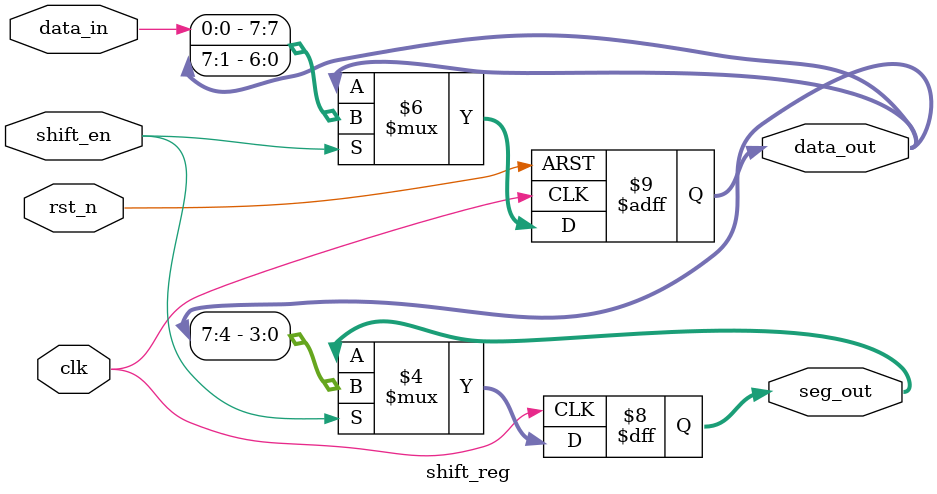
<source format=v>
module shift_reg #(parameter WIDTH = 8) (
    input clk,
    input rst_n,
    input data_in,
    input shift_en,
    output reg [3:0] seg_out,
    output reg [WIDTH-1:0] data_out
);

    always @(posedge clk or negedge rst_n) begin
        if (!rst_n)
            data_out <= {WIDTH{1'b0}};
        else if (shift_en)
            data_out <= {data_in,data_out[WIDTH-1:1]};
    end
    
    always @(posedge clk) begin
        if (shift_en)
            seg_out <= data_out[WIDTH-1:WIDTH-4];
    end

endmodule // shift_reg

</source>
